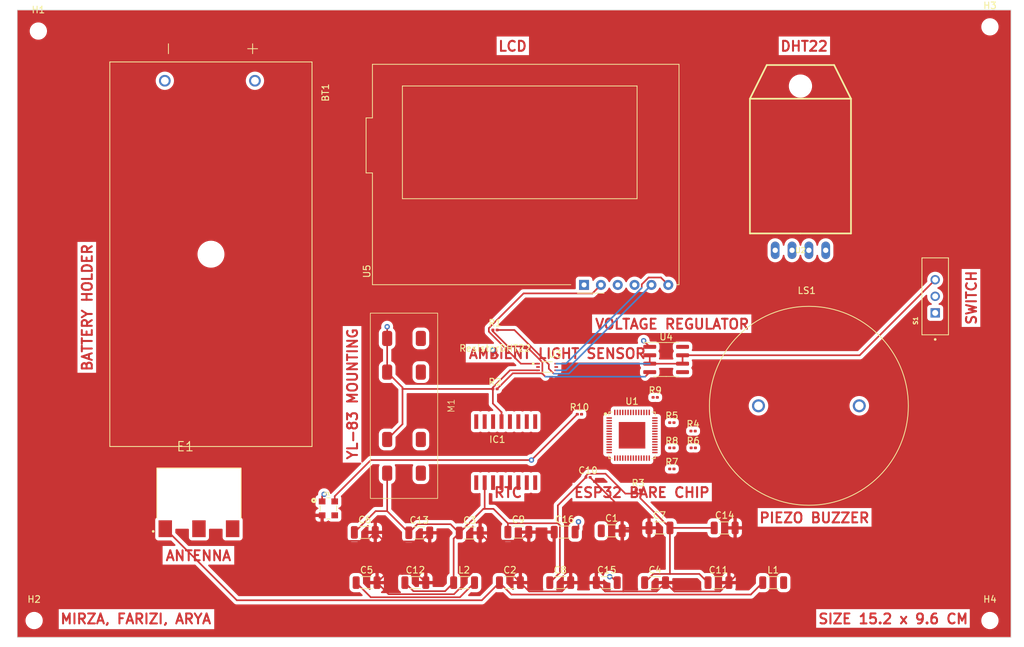
<source format=kicad_pcb>
(kicad_pcb (version 20221018) (generator pcbnew)
  (layers (0 "F.Cu" signal) (1 "In1.Cu" signal) (2 "In2.Cu" signal) (31 "B.Cu" signal) (34 "B.Paste" user) (35 "F.Paste" user) (36 "B.SilkS" user "B.Silkscreen") (37 "F.SilkS" user "F.Silkscreen") (38 "B.Mask" user) (39 "F.Mask" user) (44 "Edge.Cuts" user))
  (net 0 "")
  (net 1 "Net-(U4-VI)")
  (net 2 "Net-(IC1-GND)")
  (net 3 "Net-(U1-LNA_IN)")
  (net 4 "Net-(IC1-VCC)")
  (net 5 "Net-(R1-Pad2)")
  (net 6 "Earth")
  (net 7 "Net-(C2-Pad1)")
  (net 8 "Net-(U1-VDD3P3@0)")
  (net 19 "Net-(U1-IO10)")
  (net 20 "Net-(Y1-VDD)")
  (net 21 "Net-(U1-XTAL_N)")
  (net 23 "Net-(E1-Pad2)")
  (net 27 "Net-(U1-DAC_2)")
  (net 30 "Net-(U1-SPID)")
  (net 34 "Net-(U1-SPIQ)")
  (net 37 "Net-(U1-SPICLK)")
  (net 39 "Net-(U1-SPIWP)")
  (net 51 "Net-(U1-SPIHD)")
  (net 56 "Net-(U1-U0TXD)")
  (net 57 "Net-(U1-XTAL_P)")
  (net 61 "Net-(ResistorDHT22-Pad1)")
  (net 65 "Net-(U4-ADJ)")
  (net 77 "Net-(IC1-SDA)")
  (net 78 "Net-(IC1-SCL)")
  (net 83 "Net-(U1-IO4)")
  (net 84 "Net-(U1-IO5)")
  (footprint "ESP32-S2:QFN40P700X700X90-57T400N" (layer "F.Cu") (at 144.78 108.585)
    (fp_text reference "U1" (at 0 -5.12) (layer "F.SilkS"))
    (fp_text value "ESP32-S2")
    (pad "1" smd rect (at -3.4451 -2.6) (size 0.8098 0.22) (layers "F.Cu" "F.Paste" "F.Mask") (net 4 "Net-(IC1-VCC)"))
    (pad "2" smd rect (at -3.4451 -2.2) (size 0.8098 0.22) (layers "F.Cu" "F.Paste" "F.Mask") (net 3 "Net-(U1-LNA_IN)"))
    (pad "3" smd rect (at -3.4451 -1.8) (size 0.8098 0.22) (layers "F.Cu" "F.Paste" "F.Mask") (net 8 "Net-(U1-VDD3P3@0)"))
    (pad "4" smd rect (at -3.4451 -1.4) (size 0.8098 0.22) (layers "F.Cu" "F.Paste" "F.Mask") (net 8 "Net-(U1-VDD3P3@0)"))
    (pad "5" smd rect (at -3.4451 -1) (size 0.8098 0.22) (layers "F.Cu" "F.Paste" "F.Mask"))
    (pad "6" smd rect (at -3.4451 -0.6) (size 0.8098 0.22) (layers "F.Cu" "F.Paste" "F.Mask"))
    (pad "7" smd rect (at -3.4451 -0.2) (size 0.8098 0.22) (layers "F.Cu" "F.Paste" "F.Mask"))
    (pad "8" smd rect (at -3.4451 0.2) (size 0.8098 0.22) (layers "F.Cu" "F.Paste" "F.Mask"))
    (pad "9" smd rect (at -3.4451 0.6) (size 0.8098 0.22) (layers "F.Cu" "F.Paste" "F.Mask") (net 83 "Net-(U1-IO4)"))
    (pad "10" smd rect (at -3.4451 1) (size 0.8098 0.22) (layers "F.Cu" "F.Paste" "F.Mask") (net 84 "Net-(U1-IO5)"))
    (pad "11" smd rect (at -3.4451 1.4) (size 0.8098 0.22) (layers "F.Cu" "F.Paste" "F.Mask") (net 2 "Net-(IC1-GND)"))
    (pad "12" smd rect (at -3.4451 1.8) (size 0.8098 0.22) (layers "F.Cu" "F.Paste" "F.Mask") (net 2 "Net-(IC1-GND)"))
    (pad "13" smd rect (at -3.4451 2.2) (size 0.8098 0.22) (layers "F.Cu" "F.Paste" "F.Mask"))
    (pad "14" smd rect (at -3.4451 2.6) (size 0.8098 0.22) (layers "F.Cu" "F.Paste" "F.Mask"))
    (pad "15" smd rect (at -2.6 3.4451 90) (size 0.8098 0.22) (layers "F.Cu" "F.Paste" "F.Mask") (net 19 "Net-(U1-IO10)"))
    (pad "16" smd rect (at -2.2 3.4451 90) (size 0.8098 0.22) (layers "F.Cu" "F.Paste" "F.Mask") (net 77 "Net-(IC1-SDA)"))
    (pad "17" smd rect (at -1.8 3.4451 90) (size 0.8098 0.22) (layers "F.Cu" "F.Paste" "F.Mask") (net 78 "Net-(IC1-SCL)"))
    (pad "18" smd rect (at -1.4 3.4451 90) (size 0.8098 0.22) (layers "F.Cu" "F.Paste" "F.Mask") (net 2 "Net-(IC1-GND)"))
    (pad "19" smd rect (at -1 3.4451 90) (size 0.8098 0.22) (layers "F.Cu" "F.Paste" "F.Mask"))
    (pad "20" smd rect (at -0.6 3.4451 90) (size 0.8098 0.22) (layers "F.Cu" "F.Paste" "F.Mask") (net 4 "Net-(IC1-VCC)"))
    (pad "21" smd rect (at -0.2 3.4451 90) (size 0.8098 0.22) (layers "F.Cu" "F.Paste" "F.Mask"))
    (pad "22" smd rect (at 0.2 3.4451 90) (size 0.8098 0.22) (layers "F.Cu" "F.Paste" "F.Mask"))
    (pad "23" smd rect (at 0.6 3.4451 90) (size 0.8098 0.22) (layers "F.Cu" "F.Paste" "F.Mask"))
    (pad "24" smd rect (at 1 3.4451 90) (size 0.8098 0.22) (layers "F.Cu" "F.Paste" "F.Mask") (net 27 "Net-(U1-DAC_2)"))
    (pad "25" smd rect (at 1.4 3.4451 90) (size 0.8098 0.22) (layers "F.Cu" "F.Paste" "F.Mask"))
    (pad "26" smd rect (at 1.8 3.4451 90) (size 0.8098 0.22) (layers "F.Cu" "F.Paste" "F.Mask"))
    (pad "27" smd rect (at 2.2 3.4451 90) (size 0.8098 0.22) (layers "F.Cu" "F.Paste" "F.Mask") (net 4 "Net-(IC1-VCC)"))
    (pad "28" smd rect (at 2.6 3.4451 90) (size 0.8098 0.22) (layers "F.Cu" "F.Paste" "F.Mask"))
    (pad "29" smd rect (at 3.4451 2.6) (size 0.8098 0.22) (layers "F.Cu" "F.Paste" "F.Mask"))
    (pad "30" smd rect (at 3.4451 2.2) (size 0.8098 0.22) (layers "F.Cu" "F.Paste" "F.Mask") (net 4 "Net-(IC1-VCC)"))
    (pad "31" smd rect (at 3.4451 1.8) (size 0.8098 0.22) (layers "F.Cu" "F.Paste" "F.Mask") (net 51 "Net-(U1-SPIHD)"))
    (pad "32" smd rect (at 3.4451 1.4) (size 0.8098 0.22) (layers "F.Cu" "F.Paste" "F.Mask") (net 39 "Net-(U1-SPIWP)"))
    (pad "33" smd rect (at 3.4451 1) (size 0.8098 0.22) (layers "F.Cu" "F.Paste" "F.Mask"))
    (pad "34" smd rect (at 3.4451 0.6) (size 0.8098 0.22) (layers "F.Cu" "F.Paste" "F.Mask") (net 37 "Net-(U1-SPICLK)"))
    (pad "35" smd rect (at 3.4451 0.2) (size 0.8098 0.22) (layers "F.Cu" "F.Paste" "F.Mask") (net 34 "Net-(U1-SPIQ)"))
    (pad "36" smd rect (at 3.4451 -0.2) (size 0.8098 0.22) (layers "F.Cu" "F.Paste" "F.Mask") (net 30 "Net-(U1-SPID)"))
    (pad "37" smd rect (at 3.4451 -0.6) (size 0.8098 0.22) (layers "F.Cu" "F.Paste" "F.Mask"))
    (pad "38" smd rect (at 3.4451 -1) (size 0.8098 0.22) (layers "F.Cu" "F.Paste" "F.Mask"))
    (pad "39" smd rect (at 3.4451 -1.4) (size 0.8098 0.22) (layers "F.Cu" "F.Paste" "F.Mask"))
    (pad "40" smd rect (at 3.4451 -1.8) (size 0.8098 0.22) (layers "F.Cu" "F.Paste" "F.Mask"))
    (pad "41" smd rect (at 3.4451 -2.2) (size 0.8098 0.22) (layers "F.Cu" "F.Paste" "F.Mask"))
    (pad "42" smd rect (at 3.4451 -2.6) (size 0.8098 0.22) (layers "F.Cu" "F.Paste" "F.Mask"))
    (pad "43" smd rect (at 2.6 -3.4451 90) (size 0.8098 0.22) (layers "F.Cu" "F.Paste" "F.Mask"))
    (pad "44" smd rect (at 2.2 -3.4451 90) (size 0.8098 0.22) (layers "F.Cu" "F.Paste" "F.Mask"))
    (pad "45" smd rect (at 1.8 -3.4451 90) (size 0.8098 0.22) (layers "F.Cu" "F.Paste" "F.Mask") (net 4 "Net-(IC1-VCC)"))
    (pad "46" smd rect (at 1.4 -3.4451 90) (size 0.8098 0.22) (layers "F.Cu" "F.Paste" "F.Mask"))
    (pad "47" smd rect (at 1 -3.4451 90) (size 0.8098 0.22) (layers "F.Cu" "F.Paste" "F.Mask"))
    (pad "48" smd rect (at 0.6 -3.4451 90) (size 0.8098 0.22) (layers "F.Cu" "F.Paste" "F.Mask") (net 56 "Net-(U1-U0TXD)"))
    (pad "49" smd rect (at 0.2 -3.4451 90) (size 0.8098 0.22) (layers "F.Cu" "F.Paste" "F.Mask"))
    (pad "50" smd rect (at -0.2 -3.4451 90) (size 0.8098 0.22) (layers "F.Cu" "F.Paste" "F.Mask"))
    (pad "51" smd rect (at -0.6 -3.4451 90) (size 0.8098 0.22) (layers "F.Cu" "F.Paste" "F.Mask") (net 4 "Net-(IC1-VCC)"))
    (pad "52" smd rect (at -1 -3.4451 90) (size 0.8098 0.22) (layers "F.Cu" "F.Paste" "F.Mask") (net 21 "Net-(U1-XTAL_N)"))
    (pad "53" smd rect (at -1.4 -3.4451 90) (size 0.8098 0.22) (layers "F.Cu" "F.Paste" "F.Mask") (net 57 "Net-(U1-XTAL_P)"))
    (pad "54" smd rect (at -1.8 -3.4451 90) (size 0.8098 0.22) (layers "F.Cu" "F.Paste" "F.Mask") (net 4 "Net-(IC1-VCC)"))
    (pad "55" smd rect (at -2.2 -3.4451 90) (size 0.8098 0.22) (layers "F.Cu" "F.Paste" "F.Mask"))
    (pad "56" smd rect (at -2.6 -3.4451 90) (size 0.8098 0.22) (layers "F.Cu" "F.Paste" "F.Mask"))
    (pad "57" smd rect (at 0 0) (size 4 4) (layers "F.Cu" "F.Paste" "F.Mask") (net 2 "Net-(IC1-GND)"))
  )
  (footprint "Inductor_SMD:L_1206_3216Metric" (layer "F.Cu") (at 112.1 130.81)
    (fp_text reference "C12" (at 0 -1.9) (layer "F.SilkS"))
    (fp_text value "1 uF")
    (pad "1" smd roundrect (at -1.575 0) (size 1.05 1.9) (layers "F.Cu" "F.Paste" "F.Mask") (roundrect_rratio 0.238095) (net 4 "Net-(IC1-VCC)"))
    (pad "2" smd roundrect (at 1.575 0) (size 1.05 1.9) (layers "F.Cu" "F.Paste" "F.Mask") (roundrect_rratio 0.238095) (net 6 "Earth"))
  )
  (footprint "Resistor_SMD:R_0201_0603Metric" (layer "F.Cu") (at 148.275 102.87)
    (fp_text reference "R9" (at 0 -1.05) (layer "F.SilkS"))
    (fp_text value "R")
    (pad "1" smd roundrect (at -0.32 0) (size 0.46 0.4) (layers "F.Cu" "F.Mask"))
    (pad "2" smd roundrect (at 0.32 0) (size 0.46 0.4) (layers "F.Cu" "F.Mask") (net 56 "Net-(U1-U0TXD)"))
  )
  (footprint "Inductor_SMD:L_1206_3216Metric" (layer "F.Cu") (at 104.478 123.232)
    (fp_text reference "C6" (at 0 -1.9) (layer "F.SilkS"))
    (fp_text value "10 uF")
    (pad "1" smd roundrect (at -1.575 0) (size 1.05 1.9) (layers "F.Cu" "F.Paste" "F.Mask") (roundrect_rratio 0.238095) (net 4 "Net-(IC1-VCC)"))
    (pad "2" smd roundrect (at 1.575 0) (size 1.05 1.9) (layers "F.Cu" "F.Paste" "F.Mask") (roundrect_rratio 0.238095) (net 6 "Earth"))
  )
  (footprint "DSC6083CI2A-032K768:OSC_DSC6083CI2A-032K768" (layer "F.Cu") (at 98.99 119.61)
    (fp_text reference "Y1" (at -0.176293 -2.208456) (layer "F.SilkS") (effects (font (size 0.480796 0.480796) (thickness 0.120199))))
    (fp_text value "DSC6083CI2A-032K768")
    (pad "1" smd rect (at -0.95 -1.05) (size 1 0.9) (layers "F.Cu" "F.Paste" "F.Mask") (net 21 "Net-(U1-XTAL_N)"))
    (pad "2" smd rect (at -0.95 1.05) (size 1 0.9) (layers "F.Cu" "F.Paste" "F.Mask") (net 6 "Earth"))
    (pad "3" smd rect (at 0.95 1.05) (size 1 0.9) (layers "F.Cu" "F.Paste" "F.Mask"))
    (pad "4" smd rect (at 0.95 -1.05) (size 1 0.9) (layers "F.Cu" "F.Paste" "F.Mask") (net 20 "Net-(Y1-VDD)"))
  )
  (footprint "Inductor_SMD:L_1206_3216Metric" (layer "F.Cu") (at 148.92 122.555)
    (fp_text reference "C7" (at 0 -1.9) (layer "F.SilkS"))
    (fp_text value "0.1 uF")
    (pad "1" smd roundrect (at -1.575 0) (size 1.05 1.9) (layers "F.Cu" "F.Paste" "F.Mask") (roundrect_rratio 0.238095) (net 6 "Earth"))
    (pad "2" smd roundrect (at 1.575 0) (size 1.05 1.9) (layers "F.Cu" "F.Paste" "F.Mask") (roundrect_rratio 0.238095) (net 4 "Net-(IC1-VCC)"))
  )
  (footprint "DHT22:DHT22" (layer "F.Cu") (at 170.18 80.6895)
    (fp_text reference "U2" (at 0 0) (layer "F.SilkS") (effects (font (size 0.787402 0.787402))))
    (fp_text value "DHT22")
    (pad "" np_thru_hole circle (at 0 -24.765) (size 3 3) (drill 3) (layers "*.Cu" "*.Mask"))
    (pad "DATA" thru_hole oval (at -1.27 0) (size 1.308 2.616) (drill 0.8) (layers "*.Cu" "*.Mask") (net 61 "Net-(ResistorDHT22-Pad1)"))
    (pad "GND" thru_hole oval (at 3.81 0) (size 1.308 2.616) (drill 0.8) (layers "*.Cu" "*.Mask") (net 2 "Net-(IC1-GND)"))
    (pad "NC" thru_hole oval (at 1.27 0) (size 1.308 2.616) (drill 0.8) (layers "*.Cu" "*.Mask"))
    (pad "VDD" thru_hole oval (at -3.81 0) (size 1.308 2.616) (drill 0.8) (layers "*.Cu" "*.Mask") (net 4 "Net-(IC1-VCC)"))
  )
  (footprint "Inductor_SMD:L_1206_3216Metric" (layer "F.Cu") (at 134.62 123.19)
    (fp_text reference "C16" (at 0 -1.9) (layer "F.SilkS"))
    (fp_text value "C")
    (pad "1" smd roundrect (at -1.575 0) (size 1.05 1.9) (layers "F.Cu" "F.Paste" "F.Mask") (roundrect_rratio 0.238095) (net 6 "Earth"))
    (pad "2" smd roundrect (at 1.575 0) (size 1.05 1.9) (layers "F.Cu" "F.Paste" "F.Mask") (roundrect_rratio 0.238095) (net 21 "Net-(U1-XTAL_N)"))
  )
  (footprint "Resistor_SMD:R_0201_0603Metric" (layer "F.Cu") (at 124.115 96.52)
    (fp_text reference "ResistorDHT22" (at 0 -1.05) (layer "F.SilkS"))
    (fp_text value "10.000 Ohm")
    (pad "1" smd roundrect (at -0.32 0) (size 0.46 0.4) (layers "F.Cu" "F.Mask") (net 61 "Net-(ResistorDHT22-Pad1)"))
    (pad "2" smd roundrect (at 0.32 0) (size 0.46 0.4) (layers "F.Cu" "F.Mask") (net 19 "Net-(U1-IO10)"))
  )
  (footprint "Resistor_SMD:R_0201_0603Metric" (layer "F.Cu") (at 150.785 113.665)
    (fp_text reference "R7" (at 0 -1.05) (layer "F.SilkS"))
    (fp_text value "R")
    (pad "1" smd roundrect (at -0.32 0) (size 0.46 0.4) (layers "F.Cu" "F.Mask") (net 39 "Net-(U1-SPIWP)"))
    (pad "2" smd roundrect (at 0.32 0) (size 0.46 0.4) (layers "F.Cu" "F.Mask"))
  )
  (footprint "Inductor_SMD:L_1206_3216Metric" (layer "F.Cu") (at 127.635 123.19)
    (fp_text reference "C9" (at 0 -1.9) (layer "F.SilkS"))
    (fp_text value "1 uF")
    (pad "1" smd roundrect (at -1.575 0) (size 1.05 1.9) (layers "F.Cu" "F.Paste" "F.Mask") (roundrect_rratio 0.238095) (net 4 "Net-(IC1-VCC)"))
    (pad "2" smd roundrect (at 1.575 0) (size 1.05 1.9) (layers "F.Cu" "F.Paste" "F.Mask") (roundrect_rratio 0.238095) (net 6 "Earth"))
  )
  (footprint "DS3231:SO16W" (layer "F.Cu") (at 125.73 111.125)
    (fp_text reference "IC1" (at -1.27 -1.905) (layer "F.SilkS"))
    (fp_text value "DS3231")
    (pad "1" smd rect (at -4.445 4.6) (size 0.6 2.2) (layers "F.Cu" "F.Paste" "F.Mask"))
    (pad "2" smd rect (at -3.175 4.6) (size 0.6 2.2) (layers "F.Cu" "F.Paste" "F.Mask") (net 4 "Net-(IC1-VCC)"))
    (pad "3" smd rect (at -1.905 4.6) (size 0.6 2.2) (layers "F.Cu" "F.Paste" "F.Mask"))
    (pad "4" smd rect (at -0.635 4.6) (size 0.6 2.2) (layers "F.Cu" "F.Paste" "F.Mask"))
    (pad "5" smd rect (at 0.635 4.6) (size 0.6 2.2) (layers "F.Cu" "F.Paste" "F.Mask"))
    (pad "6" smd rect (at 1.905 4.6) (size 0.6 2.2) (layers "F.Cu" "F.Paste" "F.Mask"))
    (pad "7" smd rect (at 3.175 4.6) (size 0.6 2.2) (layers "F.Cu" "F.Paste" "F.Mask"))
    (pad "8" smd rect (at 4.445 4.6) (size 0.6 2.2) (layers "F.Cu" "F.Paste" "F.Mask"))
    (pad "9" smd rect (at 4.445 -4.6) (size 0.6 2.2) (layers "F.Cu" "F.Paste" "F.Mask"))
    (pad "10" smd rect (at 3.175 -4.6) (size 0.6 2.2) (layers "F.Cu" "F.Paste" "F.Mask"))
    (pad "11" smd rect (at 1.905 -4.6) (size 0.6 2.2) (layers "F.Cu" "F.Paste" "F.Mask"))
    (pad "12" smd rect (at 0.635 -4.6) (size 0.6 2.2) (layers "F.Cu" "F.Paste" "F.Mask"))
    (pad "13" smd rect (at -0.635 -4.6) (size 0.6 2.2) (layers "F.Cu" "F.Paste" "F.Mask") (net 2 "Net-(IC1-GND)"))
    (pad "14" smd rect (at -1.905 -4.6) (size 0.6 2.2) (layers "F.Cu" "F.Paste" "F.Mask"))
    (pad "15" smd rect (at -3.175 -4.6) (size 0.6 2.2) (layers "F.Cu" "F.Paste" "F.Mask") (net 77 "Net-(IC1-SDA)"))
    (pad "16" smd rect (at -4.445 -4.6) (size 0.6 2.2) (layers "F.Cu" "F.Paste" "F.Mask") (net 78 "Net-(IC1-SCL)"))
  )
  (footprint "Inductor_SMD:L_1206_3216Metric" (layer "F.Cu") (at 126.365 130.81)
    (fp_text reference "C2" (at 0 -1.9) (layer "F.SilkS"))
    (fp_text value "C")
    (pad "1" smd roundrect (at -1.575 0) (size 1.05 1.9) (layers "F.Cu" "F.Paste" "F.Mask") (roundrect_rratio 0.238095) (net 7 "Net-(C2-Pad1)"))
    (pad "2" smd roundrect (at 1.575 0) (size 1.05 1.9) (layers "F.Cu" "F.Paste" "F.Mask") (roundrect_rratio 0.238095) (net 6 "Earth"))
  )
  (footprint "Resistor_SMD:R_0201_0603Metric" (layer "F.Cu") (at 154.015 110.49)
    (fp_text reference "R6" (at 0 -1.05) (layer "F.SilkS"))
    (fp_text value "R")
    (pad "1" smd roundrect (at -0.32 0) (size 0.46 0.4) (layers "F.Cu" "F.Mask") (net 37 "Net-(U1-SPICLK)"))
    (pad "2" smd roundrect (at 0.32 0) (size 0.46 0.4) (layers "F.Cu" "F.Mask"))
  )
  (footprint "Inductor_SMD:L_1206_3216Metric" (layer "F.Cu") (at 120.3005 123.3195)
    (fp_text reference "C3" (at 0 -1.9) (layer "F.SilkS"))
    (fp_text value "1 uF")
    (pad "1" smd roundrect (at -1.575 0) (size 1.05 1.9) (layers "F.Cu" "F.Paste" "F.Mask") (roundrect_rratio 0.238095) (net 4 "Net-(IC1-VCC)"))
    (pad "2" smd roundrect (at 1.575 0) (size 1.05 1.9) (layers "F.Cu" "F.Paste" "F.Mask") (roundrect_rratio 0.238095) (net 6 "Earth"))
  )
  (footprint "Inductor_SMD:L_1206_3216Metric" (layer "F.Cu") (at 158.75 122.555)
    (fp_text reference "C14" (at 0 -1.9) (layer "F.SilkS"))
    (fp_text value "0.1 uF")
    (pad "1" smd roundrect (at -1.575 0) (size 1.05 1.9) (layers "F.Cu" "F.Paste" "F.Mask") (roundrect_rratio 0.238095) (net 4 "Net-(IC1-VCC)"))
    (pad "2" smd roundrect (at 1.575 0) (size 1.05 1.9) (layers "F.Cu" "F.Paste" "F.Mask") (roundrect_rratio 0.238095) (net 6 "Earth"))
  )
  (footprint "Inductor_SMD:L_1206_3216Metric" (layer "F.Cu") (at 157.8145 130.81)
    (fp_text reference "C11" (at 0 -1.9) (layer "F.SilkS"))
    (fp_text value "0.1 uF")
    (pad "1" smd roundrect (at -1.575 0) (size 1.05 1.9) (layers "F.Cu" "F.Paste" "F.Mask") (roundrect_rratio 0.238095) (net 4 "Net-(IC1-VCC)"))
    (pad "2" smd roundrect (at 1.575 0) (size 1.05 1.9) (layers "F.Cu" "F.Paste" "F.Mask") (roundrect_rratio 0.238095) (net 6 "Earth"))
  )
  (footprint "Inductor_SMD:L_1206_3216Metric" (layer "F.Cu") (at 140.97 130.81)
    (fp_text reference "C15" (at 0 -1.9) (layer "F.SilkS"))
    (fp_text value "C")
    (pad "1" smd roundrect (at -1.575 0) (size 1.05 1.9) (layers "F.Cu" "F.Paste" "F.Mask") (roundrect_rratio 0.238095) (net 6 "Earth"))
    (pad "2" smd roundrect (at 1.575 0) (size 1.05 1.9) (layers "F.Cu" "F.Paste" "F.Mask") (roundrect_rratio 0.238095) (net 20 "Net-(Y1-VDD)"))
  )
  (footprint "Inductor_SMD:L_1206_3216Metric" (layer "F.Cu") (at 141.714 122.994)
    (fp_text reference "C1" (at 0 -1.9) (layer "F.SilkS"))
    (fp_text value "C")
    (pad "1" smd roundrect (at -1.575 0) (size 1.05 1.9) (layers "F.Cu" "F.Paste" "F.Mask") (roundrect_rratio 0.238095) (net 3 "Net-(U1-LNA_IN)"))
    (pad "2" smd roundrect (at 1.575 0) (size 1.05 1.9) (layers "F.Cu" "F.Paste" "F.Mask") (roundrect_rratio 0.238095) (net 6 "Earth"))
  )
  (footprint "Resistor_SMD:R_0201_0603Metric" (layer "F.Cu") (at 145.705 116.84)
    (fp_text reference "R3" (at 0 -1.05) (layer "F.SilkS"))
    (fp_text value "10K ")
    (pad "1" smd roundrect (at -0.32 0) (size 0.46 0.4) (layers "F.Cu" "F.Mask") (net 27 "Net-(U1-DAC_2)"))
    (pad "2" smd roundrect (at 0.32 0) (size 0.46 0.4) (layers "F.Cu" "F.Mask") (net 4 "Net-(IC1-VCC)"))
  )
  (footprint "Inductor_SMD:L_1206_3216Metric" (layer "F.Cu") (at 133.95 130.81)
    (fp_text reference "C8" (at 0 -1.9) (layer "F.SilkS"))
    (fp_text value "100pF")
    (pad "1" smd roundrect (at -1.575 0) (size 1.05 1.9) (layers "F.Cu" "F.Paste" "F.Mask") (roundrect_rratio 0.238095) (net 4 "Net-(IC1-VCC)"))
    (pad "2" smd roundrect (at 1.575 0) (size 1.05 1.9) (layers "F.Cu" "F.Paste" "F.Mask") (roundrect_rratio 0.238095) (net 6 "Earth"))
  )
  (footprint "Inductor_SMD:L_1206_3216Metric" (layer "F.Cu") (at 112.693 123.293)
    (fp_text reference "C13" (at 0 -1.9) (layer "F.SilkS"))
    (fp_text value "0.1 uF")
    (pad "1" smd roundrect (at -1.575 0) (size 1.05 1.9) (layers "F.Cu" "F.Paste" "F.Mask") (roundrect_rratio 0.238095) (net 4 "Net-(IC1-VCC)"))
    (pad "2" smd roundrect (at 1.575 0) (size 1.05 1.9) (layers "F.Cu" "F.Paste" "F.Mask") (roundrect_rratio 0.238095) (net 6 "Earth"))
  )
  (footprint "Resistor_SMD:R_0201_0603Metric" (layer "F.Cu") (at 153.985 107.95)
    (fp_text reference "R4" (at 0 -1.05) (layer "F.SilkS"))
    (fp_text value "R")
    (pad "1" smd roundrect (at -0.32 0) (size 0.46 0.4) (layers "F.Cu" "F.Mask") (net 30 "Net-(U1-SPID)"))
    (pad "2" smd roundrect (at 0.32 0) (size 0.46 0.4) (layers "F.Cu" "F.Mask"))
  )
  (footprint "Inductor_SMD:L_1206_3216Metric" (layer "F.Cu") (at 119.45 130.81)
    (fp_text reference "L2" (at 0 -1.9) (layer "F.SilkS"))
    (fp_text value "L")
    (pad "1" smd roundrect (at -1.575 0) (size 1.05 1.9) (layers "F.Cu" "F.Paste" "F.Mask") (roundrect_rratio 0.238095) (net 4 "Net-(IC1-VCC)"))
    (pad "2" smd roundrect (at 1.575 0) (size 1.05 1.9) (layers "F.Cu" "F.Paste" "F.Mask") (roundrect_rratio 0.238095) (net 8 "Net-(U1-VDD3P3@0)"))
  )
  (footprint "Package_SO:SOIC-8_3.9x4.9mm_P1.27mm" (layer "F.Cu") (at 149.925 97.155)
    (fp_text reference "U4" (at 0 -3.4) (layer "F.SilkS"))
    (fp_text value "LM317L_SO8")
    (pad "1" smd roundrect (at -2.475 -1.905) (size 1.95 0.6) (layers "F.Cu" "F.Paste" "F.Mask") (net 1 "Net-(U4-VI)"))
    (pad "2" smd roundrect (at -2.475 -0.635) (size 1.95 0.6) (layers "F.Cu" "F.Paste" "F.Mask") (net 5 "Net-(R1-Pad2)"))
    (pad "3" smd roundrect (at -2.475 0.635) (size 1.95 0.6) (layers "F.Cu" "F.Paste" "F.Mask") (net 5 "Net-(R1-Pad2)"))
    (pad "4" smd roundrect (at -2.475 1.905) (size 1.95 0.6) (layers "F.Cu" "F.Paste" "F.Mask") (net 65 "Net-(U4-ADJ)"))
    (pad "5" smd roundrect (at 2.475 1.905) (size 1.95 0.6) (layers "F.Cu" "F.Paste" "F.Mask"))
    (pad "6" smd roundrect (at 2.475 0.635) (size 1.95 0.6) (layers "F.Cu" "F.Paste" "F.Mask") (net 5 "Net-(R1-Pad2)"))
    (pad "7" smd roundrect (at 2.475 -0.635) (size 1.95 0.6) (layers "F.Cu" "F.Paste" "F.Mask") (net 5 "Net-(R1-Pad2)"))
    (pad "8" smd roundrect (at 2.475 -1.905) (size 1.95 0.6) (layers "F.Cu" "F.Paste" "F.Mask"))
  )
  (footprint "MountingHole:MountingHole_2.1mm" (layer "F.Cu") (at 198.755 46.99)
    (fp_text reference "H3" (at 0 -3.2) (layer "F.SilkS"))
    (fp_text value "MountingHole")
    (pad "" np_thru_hole circle (at 0 0) (size 2.1 2.1) (drill 2.1) (layers "*.Cu" "*.Mask"))
  )
  (footprint "Mounting Library1:Mounting1" (layer "F.Cu") (at 118.01 104.14 90)
    (fp_text reference "M1" (at 0 -0.5 90 unlocked) (layer "F.SilkS") (effects (font (thickness 0.1))))
    (fp_text value "~")
    (pad "1" smd roundrect (at -10.16 -5.08 90) (size 2.286 1.524) (layers "F.Cu" "F.Paste" "F.Mask"))
    (pad "2" smd roundrect (at -5.08 -5.08 90) (size 2.286 1.524) (layers "F.Cu" "F.Paste" "F.Mask"))
    (pad "3" smd roundrect (at 5.08 -5.08 90) (size 2.286 1.524) (layers "F.Cu" "F.Paste" "F.Mask"))
    (pad "4" smd roundrect (at 10.16 -5.08 90) (size 2.286 1.524) (layers "F.Cu" "F.Paste" "F.Mask"))
    (pad "5" smd roundrect (at -10.16 -10.16 90) (size 2.286 1.524) (layers "F.Cu" "F.Paste" "F.Mask") (net 4 "Net-(IC1-VCC)"))
    (pad "6" smd roundrect (at -5.08 -10.16 90) (size 2.286 1.524) (layers "F.Cu" "F.Paste" "F.Mask") (net 2 "Net-(IC1-GND)"))
    (pad "7" smd roundrect (at 5.08 -10.16 90) (size 2.286 1.524) (layers "F.Cu" "F.Paste" "F.Mask") (net 2 "Net-(IC1-GND)"))
    (pad "8" smd roundrect (at 10.16 -10.16 90) (size 2.286 1.524) (layers "F.Cu" "F.Paste" "F.Mask") (net 2 "Net-(IC1-GND)"))
  )
  (footprint "Capacitor_SMD:C_0201_0603Metric" (layer "F.Cu") (at 138.14 114.935)
    (fp_text reference "C10" (at 0 -1.05) (layer "F.SilkS"))
    (fp_text value "C")
    (pad "1" smd roundrect (at -0.32 0) (size 0.46 0.4) (layers "F.Cu" "F.Mask") (net 4 "Net-(IC1-VCC)"))
    (pad "2" smd roundrect (at 0.32 0) (size 0.46 0.4) (layers "F.Cu" "F.Mask") (net 6 "Earth"))
  )
  (footprint "Resistor_SMD:R_0201_0603Metric" (layer "F.Cu") (at 124.115 92.71)
    (fp_text reference "R1" (at 0 -1.05) (layer "F.SilkS"))
    (fp_text value "100 Ohm")
    (pad "1" smd roundrect (at -0.32 0) (size 0.46 0.4) (layers "F.Cu" "F.Mask") (net 65 "Net-(U4-ADJ)"))
    (pad "2" smd roundrect (at 0.32 0) (size 0.46 0.4) (layers "F.Cu" "F.Mask") (net 5 "Net-(R1-Pad2)"))
  )
  (footprint "CEP-1116:CUI_CEP-1116" (layer "F.Cu") (at 171.45 104.14)
    (fp_text reference "LS1" (at -0.325615 -17.377905) (layer "F.SilkS") (effects (font (size 1.001898 1.001898))))
    (fp_text value "CEP-1116")
    (pad "1" thru_hole circle (at -7.6 0) (size 1.95 1.95) (drill 1.3) (layers "*.Cu" "*.Mask") (net 2 "Net-(IC1-GND)"))
    (pad "2" thru_hole circle (at 7.6 0) (size 1.95 1.95) (drill 1.3) (layers "*.Cu" "*.Mask") (net 2 "Net-(IC1-GND)"))
  )
  (footprint "Resistor_SMD:R_0201_0603Metric" (layer "F.Cu") (at 136.845 105.41)
    (fp_text reference "R10" (at 0 -1.05) (layer "F.SilkS"))
    (fp_text value "R")
    (pad "1" smd roundrect (at -0.32 0) (size 0.46 0.4) (layers "F.Cu" "F.Mask") (net 20 "Net-(Y1-VDD)"))
    (pad "2" smd roundrect (at 0.32 0) (size 0.46 0.4) (layers "F.Cu" "F.Mask") (net 57 "Net-(U1-XTAL_P)"))
  )
  (footprint "MINI-SPDT-SW:SW_MINI-SPDT-SW" (layer "F.Cu") (at 190.5 87.63 90)
    (fp_text reference "S1" (at -3.683 -2.9464 90) (layer "F.SilkS") (effects (font (size 0.64 0.64))))
    (fp_text value "MINI-SPDT-SW")
    (pad "1" thru_hole rect (at -2.5 0 90) (size 1.408 1.408) (drill 0.9) (layers "*.Cu" "*.Mask") (net 2 "Net-(IC1-GND)"))
    (pad "2" thru_hole circle (at 0 0 90) (size 1.408 1.408) (drill 0.9) (layers "*.Cu" "*.Mask") (net 4 "Net-(IC1-VCC)"))
    (pad "3" thru_hole circle (at 2.5 0 90) (size 1.408 1.408) (drill 0.9) (layers "*.Cu" "*.Mask") (net 5 "Net-(R1-Pad2)"))
  )
  (footprint "Inductor_SMD:L_1206_3216Metric" (layer "F.Cu") (at 104.75 130.81)
    (fp_text reference "C5" (at 0 -1.9) (layer "F.SilkS"))
    (fp_text value "C")
    (pad "1" smd roundrect (at -1.575 0) (size 1.05 1.9) (layers "F.Cu" "F.Paste" "F.Mask") (roundrect_rratio 0.238095) (net 8 "Net-(U1-VDD3P3@0)"))
    (pad "2" smd roundrect (at 1.575 0) (size 1.05 1.9) (layers "F.Cu" "F.Paste" "F.Mask") (roundrect_rratio 0.238095) (net 6 "Earth"))
  )
  (footprint "ANT-403-USP:XDCR_ANT-403-USP" (layer "F.Cu") (at 79.465 122.68)
    (fp_text reference "E1" (at -2.055 -12.389) (layer "F.SilkS") (effects (font (size 1.4 1.4))))
    (fp_text value "ANT-403-USP")
    (pad "1" smd rect (at -5.08 0) (size 2.03 2.54) (layers "F.Cu" "F.Paste" "F.Mask") (net 7 "Net-(C2-Pad1)"))
    (pad "2" smd rect (at 0 0) (size 2.03 2.54) (layers "F.Cu" "F.Paste" "F.Mask") (net 23 "Net-(E1-Pad2)"))
    (pad "3" smd rect (at 5.08 0) (size 2.03 2.54) (layers "F.Cu" "F.Paste" "F.Mask") (net 23 "Net-(E1-Pad2)"))
    (zone (net 0) (net_name "") (layer "F.Cu") (connect_pads (clearance 0)) (min_thickness 0.01)
      (keepout (tracks not_allowed) (vias not_allowed) (pads not_allowed) (copperpour not_allowed) (footprints allowed))
      (fill (thermal_gap 0.508) (thermal_bridge_width 0.508))
      (polygon (pts (xy 73.115 122.68) (xy 73.115 113.54) (xy 85.815 113.54) (xy 85.815 122.68) (xy 85.565 122.68) (xy 85.565 121.405) (xy 83.525 121.405) (xy 83.525 122.68) (xy 80.485 122.68) (xy 80.485 121.405) (xy 78.445 121.405) (xy 78.445 122.68) (xy 75.405 122.68) (xy 75.405 121.405) (xy 73.365 121.405) (xy 73.365 122.68)))
    )
  )
  (footprint "MountingHole:MountingHole_2.1mm" (layer "F.Cu") (at 198.755 136.525)
    (fp_text reference "H4" (at 0 -3.2) (layer "F.SilkS"))
    (fp_text value "MountingHole")
    (pad "" np_thru_hole circle (at 0 0) (size 2.1 2.1) (drill 2.1) (layers "*.Cu" "*.Mask"))
  )
  (footprint "Display:EA_T123X-I2C" (layer "F.Cu") (at 137.545 85.9075 90)
    (fp_text reference "U5" (at 2.05 -32.75 90) (layer "F.SilkS"))
    (fp_text value "EA_T123X-I2C")
    (pad "1" thru_hole rect (at 0 0 90) (size 1.5 1.5) (drill 0.75) (layers "*.Cu" "*.Mask") (net 2 "Net-(IC1-GND)"))
    (pad "2" thru_hole circle (at 0 2.54 90) (size 1.5 1.5) (drill 0.75) (layers "*.Cu" "*.Mask") (net 4 "Net-(IC1-VCC)"))
    (pad "3" thru_hole circle (at 0 5.08 90) (size 1.5 1.5) (drill 0.75) (layers "*.Cu" "*.Mask"))
    (pad "4" thru_hole circle (at 0 7.62 90) (size 1.5 1.5) (drill 0.75) (layers "*.Cu" "*.Mask"))
    (pad "5" thru_hole circle (at 0 10.16 90) (size 1.5 1.5) (drill 0.75) (layers "*.Cu" "*.Mask") (net 83 "Net-(U1-IO4)"))
    (pad "6" thru_hole circle (at 0 12.7 90) (size 1.5 1.5) (drill 0.75) (layers "*.Cu" "*.Mask") (net 84 "Net-(U1-IO5)"))
  )
  (footprint "MountingHole:MountingHole_2.1mm" (layer "F.Cu") (at 54.61 136.525)
    (fp_text reference "H2" (at 0 -3.2) (layer "F.SilkS"))
    (fp_text value "MountingHole")
    (pad "" np_thru_hole circle (at 0 0) (size 2.1 2.1) (drill 2.1) (layers "*.Cu" "*.Mask"))
  )
  (footprint "MountingHole:MountingHole_2.1mm" (layer "F.Cu") (at 55.245 47.625)
    (fp_text reference "H1" (at 0 -3.2) (layer "F.SilkS"))
    (fp_text value "MountingHole")
    (pad "" np_thru_hole circle (at 0 0) (size 2.1 2.1) (drill 2.1) (layers "*.Cu" "*.Mask"))
  )
  (footprint "Inductor_SMD:L_1206_3216Metric" (layer "F.Cu") (at 166.065 130.81)
    (fp_text reference "L1" (at 0 -1.9) (layer "F.SilkS"))
    (fp_text value "2.0 nH")
    (pad "1" smd roundrect (at -1.575 0) (size 1.05 1.9) (layers "F.Cu" "F.Paste" "F.Mask") (roundrect_rratio 0.238095) (net 7 "Net-(C2-Pad1)"))
    (pad "2" smd roundrect (at 1.575 0) (size 1.05 1.9) (layers "F.Cu" "F.Paste" "F.Mask") (roundrect_rratio 0.238095) (net 3 "Net-(U1-LNA_IN)"))
  )
  (footprint "Resistor_SMD:R_0201_0603Metric" (layer "F.Cu") (at 150.785 110.49)
    (fp_text reference "R8" (at 0 -1.05) (layer "F.SilkS"))
    (fp_text value "R")
    (pad "1" smd roundrect (at -0.32 0) (size 0.46 0.4) (layers "F.Cu" "F.Mask") (net 51 "Net-(U1-SPIHD)"))
    (pad "2" smd roundrect (at 0.32 0) (size 0.46 0.4) (layers "F.Cu" "F.Mask"))
  )
  (footprint "BH1750FVI-TR:XDCR_BH1750FVI-TR" (layer "F.Cu") (at 131.975 98.29)
    (fp_text reference "U3" (at 1.226565 -1.937485) (layer "F.SilkS") (effects (font (size 1.001283 1.001283))))
    (fp_text value "BH1750FVI-TR")
    (pad "1" smd rect (at -1.375 -0.5) (size 0.55 0.25) (layers "F.Cu" "F.Paste" "F.Mask") (net 4 "Net-(IC1-VCC)"))
    (pad "2" smd rect (at -1.375 0) (size 0.55 0.25) (layers "F.Cu" "F.Paste" "F.Mask"))
    (pad "3" smd rect (at -1.375 0.5) (size 0.55 0.25) (layers "F.Cu" "F.Paste" "F.Mask") (net 2 "Net-(IC1-GND)"))
    (pad "4" smd rect (at 1.375 0.5) (size 0.55 0.25) (layers "F.Cu" "F.Paste" "F.Mask") (net 83 "Net-(U1-IO4)"))
    (pad "5" smd rect (at 1.375 0) (size 0.55 0.25) (layers "F.Cu" "F.Paste" "F.Mask"))
    (pad "6" smd rect (at 1.375 -0.5) (size 0.55 0.25) (layers "F.Cu" "F.Paste" "F.Mask") (net 84 "Net-(U1-IO5)"))
  )
  (footprint "Resistor_SMD:R_0201_0603Metric" (layer "F.Cu") (at 150.785 106.68)
    (fp_text reference "R5" (at 0 -1.05) (layer "F.SilkS"))
    (fp_text value "R")
    (pad "1" smd roundrect (at -0.32 0) (size 0.46 0.4) (layers "F.Cu" "F.Mask") (net 34 "Net-(U1-SPIQ)"))
    (pad "2" smd roundrect (at 0.32 0) (size 0.46 0.4) (layers "F.Cu" "F.Mask"))
  )
  (footprint "Inductor_SMD:L_1206_3216Metric" (layer "F.Cu") (at 148.2535 130.8035)
    (fp_text reference "C4" (at 0 -1.9) (layer "F.SilkS"))
    (fp_text value "0.1 uF")
    (pad "1" smd roundrect (at -1.575 0) (size 1.05 1.9) (layers "F.Cu" "F.Paste" "F.Mask") (roundrect_rratio 0.238095) (net 4 "Net-(IC1-VCC)"))
    (pad "2" smd roundrect (at 1.575 0) (size 1.05 1.9) (layers "F.Cu" "F.Paste" "F.Mask") (roundrect_rratio 0.238095) (net 6 "Earth"))
  )
  (footprint "BC2AAPC:BAT_BC2AAPC" (layer "F.Cu") (at 81.27 81.28 -90)
    (fp_text reference "BT1" (at -24.365 -17.285 90) (layer "F.SilkS"))
    (fp_text value "BC2AAPC")
    (pad "" np_thru_hole circle (at 0 -0.01 270) (size 3.56 3.56) (drill 3.56) (layers "*.Cu" "*.Mask"))
    (pad "+" thru_hole circle (at -26.16 -6.64 270) (size 1.755 1.755) (drill 1.17) (layers "*.Cu" "*.Mask") (net 1 "Net-(U4-VI)"))
    (pad "-" thru_hole circle (at -26.16 6.95 270) (size 1.755 1.755) (drill 1.17) (layers "*.Cu" "*.Mask") (net 2 "Net-(IC1-GND)"))
  )
  (footprint "Resistor_SMD:R_0201_0603Metric" (layer "F.Cu") (at 124.115 101.6)
    (fp_text reference "R2" (at 0 -1.05) (layer "F.SilkS"))
    (fp_text value "164 Ohm")
    (pad "1" smd roundrect (at -0.32 0) (size 0.46 0.4) (layers "F.Cu" "F.Mask") (net 2 "Net-(IC1-GND)"))
    (pad "2" smd roundrect (at 0.32 0) (size 0.46 0.4) (layers "F.Cu" "F.Mask") (net 65 "Net-(U4-ADJ)"))
  )
  (gr_rect (start 52.07 44.45) (end 201.93 139.065) (stroke (width 0.1)) (fill none) (layer "Edge.Cuts"))
  (gr_text "ESP32 BARE CHIP" (at 135.89 118.11) (layer "F.Cu") (effects (font (size 1.5 1.5) (thickness 0.3) bold) (justify left bottom)))
  (gr_text "AMBIENT LIGHT SENSOR" (at 120.015 97.155) (layer "F.Cu") (effects (font (size 1.5 1.5) (thickness 0.3) bold) (justify left bottom)))
  (gr_text "YL-83 MOUNTING" (at 103.505 112.395 90) (layer "F.Cu") (effects (font (size 1.5 1.5) (thickness 0.3) bold) (justify left bottom)))
  (gr_text "BATTERY HOLDER" (at 63.5 99.06 90) (layer "F.Cu") (effects (font (size 1.5 1.5) (thickness 0.3) bold) (justify left bottom)))
  (gr_text "VOLTAGE REGULATOR" (at 139.065 92.71) (layer "F.Cu") (effects (font (size 1.5 1.5) (thickness 0.3) bold) (justify left bottom)))
  (gr_text "RTC" (at 123.825 118.11) (layer "F.Cu") (effects (font (size 1.5 1.5) (thickness 0.3) bold) (justify left bottom)))
  (gr_text "SIZE 15.2 x 9.6 CM" (at 172.72 137.16) (layer "F.Cu") (effects (font (size 1.5 1.5) (thickness 0.3) bold) (justify left bottom)))
  (gr_text "SWITCH" (at 196.85 92.075 90) (layer "F.Cu") (effects (font (size 1.5 1.5) (thickness 0.3) bold) (justify left bottom)))
  (gr_text "MIRZA, FARIZI, ARYA" (at 58.42 137.16) (layer "F.Cu") (effects (font (size 1.5 1.5) (thickness 0.3) bold) (justify left bottom)))
  (gr_text "PIEZO BUZZER" (at 163.83 121.92) (layer "F.Cu") (effects (font (size 1.5 1.5) (thickness 0.3) bold) (justify left bottom)))
  (gr_text "DHT22" (at 167.005 50.8) (layer "F.Cu") (effects (font (size 1.5 1.5) (thickness 0.3) bold) (justify left bottom)))
  (gr_text "LCD" (at 124.46 50.8) (layer "F.Cu") (effects (font (size 1.5 1.5) (thickness 0.3) bold) (justify left bottom)))
  (gr_text "ANTENNA" (at 74.295 127.635) (layer "F.Cu") (effects (font (size 1.5 1.5) (thickness 0.3) bold) (justify left bottom)))
  (segment (start 147.45 95.25) (end 146.5309 94.3309) (width 0.25) (layer "F.Cu") (net 1))
  (via (at 146.5309 94.3309) (size 0.8) (drill 0.4) (layers "F.Cu" "B.Cu") (net 1))
  (segment (start 125.095 105.2115) (end 125.095 105.0996) (width 0.25) (layer "F.Cu") (net 2))
  (segment (start 125.095 105.0996) (end 125.095 105.0981) (width 0.25) (layer "F.Cu") (net 2))
  (segment (start 110.1641 101.6) (end 110.1641 101.3741) (width 0.25) (layer "F.Cu") (net 2))
  (segment (start 110.1641 101.3741) (end 107.85 99.06) (width 0.25) (layer "F.Cu") (net 2))
  (segment (start 107.85 109.22) (end 110.1641 106.9059) (width 0.25) (layer "F.Cu") (net 2))
  (segment (start 123.795 103.7981) (end 123.795 101.6) (width 0.25) (layer "F.Cu") (net 2))
  (segment (start 110.1641 101.6) (end 123.795 101.6) (width 0.25) (layer "F.Cu") (net 2))
  (segment (start 126.3791 98.79) (end 123.795 101.3741) (width 0.25) (layer "F.Cu") (net 2))
  (segment (start 130.6 98.79) (end 126.3791 98.79) (width 0.25) (layer "F.Cu") (net 2))
  (segment (start 110.1641 106.9059) (end 110.1641 101.6) (width 0.25) (layer "F.Cu") (net 2))
  (segment (start 123.795 101.3741) (end 123.795 101.6) (width 0.25) (layer "F.Cu") (net 2))
  (segment (start 125.095 106.525) (end 125.095 105.2115) (width 0.25) (layer "F.Cu") (net 2))
  (segment (start 107.85 99.06) (end 107.85 93.98) (width 0.25) (layer "F.Cu") (net 2))
  (segment (start 107.85 93.98) (end 107.85 92.2175) (width 0.25) (layer "F.Cu") (net 2))
  (segment (start 125.095 105.0981) (end 123.795 103.7981) (width 0.25) (layer "F.Cu") (net 2))
  (via (at 107.85 92.2175) (size 0.8) (drill 0.4) (layers "F.Cu" "B.Cu") (net 2))
  (segment (start 117.875 130.81) (end 117.875 124.17) (width 0.25) (layer "F.Cu") (net 4))
  (segment (start 107.85 114.3) (end 107.85 120.025) (width 0.25) (layer "F.Cu") (net 4))
  (segment (start 123.8819 119.685) (end 126.06 121.8631) (width 0.25) (layer "F.Cu") (net 4))
  (segment (start 126.06 121.8631) (end 133.5908 121.8631) (width 0.25) (layer "F.Cu") (net 4))
  (segment (start 116.59 132.095) (end 111.81 132.095) (width 0.25) (layer "F.Cu") (net 4))
  (segment (start 133.5908 119.1642) (end 137.82 114.935) (width 0.25) (layer "F.Cu") (net 4))
  (segment (start 118.7255 123.3195) (end 122.36 119.685) (width 0.25) (layer "F.Cu") (net 4))
  (segment (start 146.6785 130.8035) (end 147.9809 129.5011) (width 0.25) (layer "F.Cu") (net 4))
  (segment (start 128.4222 87.1894) (end 138.8031 87.1894) (width 0.25) (layer "F.Cu") (net 4))
  (segment (start 150.495 122.555) (end 146.025 118.085) (width 0.25) (layer "F.Cu") (net 4))
  (segment (start 123.1842 92.4274) (end 128.4222 87.1894) (width 0.25) (layer "F.Cu") (net 4))
  (segment (start 150.495 129.5011) (end 154.9306 129.5011) (width 0.25) (layer "F.Cu") (net 4))
  (segment (start 122.555 119.685) (end 123.8819 119.685) (width 0.25) (layer "F.Cu") (net 4))
  (segment (start 117.875 124.17) (end 118.7255 123.3195) (width 0.25) (layer "F.Cu") (net 4))
  (segment (start 133.5908 121.8631) (end 133.5908 119.1642) (width 0.25) (layer "F.Cu") (net 4))
  (segment (start 137.82 114.7192) (end 137.82 114.935) (width 0.25) (layer "F.Cu") (net 4))
  (segment (start 154.9306 129.5011) (end 156.2395 130.81) (width 0.25) (layer "F.Cu") (net 4))
  (segment (start 123.1842 92.959) (end 123.1842 92.4274) (width 0.25) (layer "F.Cu") (net 4))
  (segment (start 157.175 122.555) (end 150.495 122.555) (width 0.25) (layer "F.Cu") (net 4))
  (segment (start 111.81 132.095) (end 110.525 130.81) (width 0.25) (layer "F.Cu") (net 4))
  (segment (start 147.9809 129.5011) (end 150.495 129.5011) (width 0.25) (layer "F.Cu") (net 4))
  (segment (start 130.6 97.79) (end 128.0152 97.79) (width 0.25) (layer "F.Cu") (net 4))
  (segment (start 146.025 117.3847) (end 146.025 116.84) (width 0.25) (layer "F.Cu") (net 4))
  (segment (start 146.025 118.085) (end 146.025 117.3847) (width 0.25) (layer "F.Cu") (net 4))
  (segment (start 112.4158 121.9952) (end 111.118 123.293) (width 0.25) (layer "F.Cu") (net 4))
  (segment (start 117.4012 121.9952) (end 112.4158 121.9952) (width 0.25) (layer "F.Cu") (net 4))
  (segment (start 122.36 119.685) (end 122.555 119.685) (width 0.25) (layer "F.Cu") (net 4))
  (segment (start 102.903 123.232) (end 106.11 120.025) (width 0.25) (layer "F.Cu") (net 4))
  (segment (start 138.8031 87.1894) (end 140.085 85.9075) (width 0.25) (layer "F.Cu") (net 4))
  (segment (start 138.155 114.3842) (end 137.82 114.7192) (width 0.25) (layer "F.Cu") (net 4))
  (segment (start 133.902 129.283) (end 132.375 130.81) (width 0.25) (layer "F.Cu") (net 4))
  (segment (start 118.7255 123.3195) (end 117.4012 121.9952) (width 0.25) (layer "F.Cu") (net 4))
  (segment (start 146.025 117.3847) (end 143.777 117.3847) (width 0.25) (layer "F.Cu") (net 4))
  (segment (start 133.902 122.1743) (end 133.902 129.283) (width 0.25) (layer "F.Cu") (net 4))
  (segment (start 107.85 120.025) (end 111.118 123.293) (width 0.25) (layer "F.Cu") (net 4))
  (segment (start 122.555 115.725) (end 122.555 119.685) (width 0.25) (layer "F.Cu") (net 4))
  (segment (start 128.0152 97.79) (end 123.1842 92.959) (width 0.25) (layer "F.Cu") (net 4))
  (segment (start 126.06 121.8631) (end 126.06 123.19) (width 0.25) (layer "F.Cu") (net 4))
  (segment (start 117.875 130.81) (end 116.59 132.095) (width 0.25) (layer "F.Cu") (net 4))
  (segment (start 143.777 117.3847) (end 140.7765 114.3842) (width 0.25) (layer "F.Cu") (net 4))
  (segment (start 106.11 120.025) (end 107.85 120.025) (width 0.25) (layer "F.Cu") (net 4))
  (segment (start 150.495 129.5011) (end 150.495 122.555) (width 0.25) (layer "F.Cu") (net 4))
  (segment (start 133.5908 121.8631) (end 133.902 122.1743) (width 0.25) (layer "F.Cu") (net 4))
  (segment (start 140.7765 114.3842) (end 138.155 114.3842) (width 0.25) (layer "F.Cu") (net 4))
  (segment (start 190.5 85.13) (end 179.11 96.52) (width 0.25) (layer "F.Cu") (net 5))
  (segment (start 152.4 96.52) (end 152.4 97.79) (width 0.25) (layer "F.Cu") (net 5))
  (segment (start 132.229 97.9013) (end 127.0377 92.71) (width 0.25) (layer "F.Cu") (net 5))
  (segment (start 152.4 97.79) (end 147.45 97.79) (width 0.25) (layer "F.Cu") (net 5))
  (segment (start 179.11 96.52) (end 152.4 96.52) (width 0.25) (layer "F.Cu") (net 5))
  (segment (start 127.0377 92.71) (end 124.435 92.71) (width 0.25) (layer "F.Cu") (net 5))
  (segment (start 132.9747 99.2981) (end 132.229 98.5524) (width 0.25) (layer "F.Cu") (net 5))
  (segment (start 132.229 98.5524) (end 132.229 97.9013) (width 0.25) (layer "F.Cu") (net 5))
  (segment (start 147.45 97.79) (end 147.45 96.52) (width 0.25) (layer "F.Cu") (net 5))
  (segment (start 147.45 97.79) (end 136.7539 97.79) (width 0.25) (layer "B.Cu") (net 5))
  (segment (start 135.2458 99.2981) (end 132.9747 99.2981) (width 0.25) (layer "B.Cu") (net 5))
  (segment (start 136.7539 97.79) (end 135.2458 99.2981) (width 0.25) (layer "B.Cu") (net 5))
  (segment (start 134.1965 132.1385) (end 129.2685 132.1385) (width 0.25) (layer "F.Cu") (net 6))
  (segment (start 149.8285 130.8035) (end 148.4945 132.1375) (width 0.25) (layer "F.Cu") (net 6))
  (segment (start 135.525 130.81) (end 134.1965 132.1385) (width 0.25) (layer "F.Cu") (net 6))
  (segment (start 140.7225 132.1375) (end 139.395 130.81) (width 0.25) (layer "F.Cu") (net 6))
  (segment (start 121.8755 123.3195) (end 123.0378 124.4818) (width 0.25) (layer "F.Cu") (net 6))
  (segment (start 129.21 123.19) (end 133.045 123.19) (width 0.25) (layer "F.Cu") (net 6))
  (segment (start 110.1085 124.5999) (end 107.4209 124.5999) (width 0.25) (layer "F.Cu") (net 6))
  (segment (start 135.525 130.81) (end 139.395 130.81) (width 0.25) (layer "F.Cu") (net 6))
  (segment (start 158.0574 132.1421) (end 151.1671 132.1421) (width 0.25) (layer "F.Cu") (net 6))
  (segment (start 123.0378 129.0724) (end 120.8886 129.0724) (width 0.25) (layer "F.Cu") (net 6))
  (segment (start 143.289 122.555) (end 143.289 122.994) (width 0.25) (layer "F.Cu") (net 6))
  (segment (start 123.0378 124.4818) (end 127.9182 124.4818) (width 0.25) (layer "F.Cu") (net 6))
  (segment (start 160.325 129.8745) (end 159.3895 130.81) (width 0.25) (layer "F.Cu") (net 6))
  (segment (start 112.3606 129.4956) (end 113.675 130.81) (width 0.25) (layer "F.Cu") (net 6))
  (segment (start 159.3895 130.81) (end 158.0574 132.1421) (width 0.25) (layer "F.Cu") (net 6))
  (segment (start 119.5769 130.9002) (end 117.9203 132.5568) (width 0.25) (layer "F.Cu") (net 6))
  (segment (start 98.04 121.4369) (end 101.1162 124.5131) (width 0.25) (layer "F.Cu") (net 6))
  (segment (start 110.1085 129.4956) (end 112.3606 129.4956) (width 0.25) (layer "F.Cu") (net 6))
  (segment (start 107.4209 124.5999) (end 106.053 123.232) (width 0.25) (layer "F.Cu") (net 6))
  (segment (start 114.268 123.293) (end 112.9611 124.5999) (width 0.25) (layer "F.Cu") (net 6))
  (segment (start 123.0378 129.0724) (end 123.0378 124.4818) (width 0.25) (layer "F.Cu") (net 6))
  (segment (start 143.4543 123.1593) (end 143.289 122.994) (width 0.25) (layer "F.Cu") (net 6))
  (segment (start 143.4543 132.1375) (end 143.4543 123.1593) (width 0.25) (layer "F.Cu") (net 6))
  (segment (start 143.4543 132.1375) (end 140.7225 132.1375) (width 0.25) (layer "F.Cu") (net 6))
  (segment (start 129.2685 132.1385) (end 127.94 130.81) (width 0.25) (layer "F.Cu") (net 6))
  (segment (start 120.8886 129.0724) (end 119.5769 130.3841) (width 0.25) (layer "F.Cu") (net 6))
  (segment (start 117.9203 132.5568) (end 108.0718 132.5568) (width 0.25) (layer "F.Cu") (net 6))
  (segment (start 104.7719 124.5131) (end 106.053 123.232) (width 0.25) (layer "F.Cu") (net 6))
  (segment (start 107.6394 129.4956) (end 110.1085 129.4956) (width 0.25) (layer "F.Cu") (net 6))
  (segment (start 127.94 130.81) (end 126.2024 129.0724) (width 0.25) (layer "F.Cu") (net 6))
  (segment (start 143.289 122.555) (end 147.345 122.555) (width 0.25) (layer "F.Cu") (net 6))
  (segment (start 101.1162 124.5131) (end 104.7719 124.5131) (width 0.25) (layer "F.Cu") (net 6))
  (segment (start 106.325 130.81) (end 107.6394 129.4956) (width 0.25) (layer "F.Cu") (net 6))
  (segment (start 151.1671 132.1421) (end 149.8285 130.8035) (width 0.25) (layer "F.Cu") (net 6))
  (segment (start 110.1085 129.4956) (end 110.1085 124.5999) (width 0.25) (layer "F.Cu") (net 6))
  (segment (start 127.9182 124.4818) (end 129.21 123.19) (width 0.25) (layer "F.Cu") (net 6))
  (segment (start 108.0718 132.5568) (end 106.325 130.81) (width 0.25) (layer "F.Cu") (net 6))
  (segment (start 148.4945 132.1375) (end 143.4543 132.1375) (width 0.25) (layer "F.Cu") (net 6))
  (segment (start 119.5769 130.3841) (end 119.5769 130.9002) (width 0.25) (layer "F.Cu") (net 6))
  (segment (start 160.325 122.555) (end 160.325 129.8745) (width 0.25) (layer "F.Cu") (net 6))
  (segment (start 112.9611 124.5999) (end 110.1085 124.5999) (width 0.25) (layer "F.Cu") (net 6))
  (segment (start 143.289 119.764) (end 143.289 122.555) (width 0.25) (layer "F.Cu") (net 6))
  (segment (start 138.46 114.935) (end 143.289 119.764) (width 0.25) (layer "F.Cu") (net 6))
  (segment (start 98.04 120.66) (end 98.04 121.4369) (width 0.25) (layer "F.Cu") (net 6))
  (segment (start 126.2024 129.0724) (end 123.0378 129.0724) (width 0.25) (layer "F.Cu") (net 6))
  (segment (start 126.5853 132.6053) (end 162.6947 132.6053) (width 0.25) (layer "F.Cu") (net 7))
  (segment (start 124.79 130.81) (end 126.5853 132.6053) (width 0.25) (layer "F.Cu") (net 7))
  (segment (start 122.1295 133.4705) (end 124.79 130.81) (width 0.25) (layer "F.Cu") (net 7))
  (segment (start 85.1755 133.4705) (end 122.1295 133.4705) (width 0.25) (layer "F.Cu") (net 7))
  (segment (start 74.385 122.68) (end 85.1755 133.4705) (width 0.25) (layer "F.Cu") (net 7))
  (segment (start 162.6947 132.6053) (end 164.49 130.81) (width 0.25) (layer "F.Cu") (net 7))
  (segment (start 105.3836 133.0186) (end 118.8164 133.0186) (width 0.25) (layer "F.Cu") (net 8))
  (segment (start 118.8164 133.0186) (end 121.025 130.81) (width 0.25) (layer "F.Cu") (net 8))
  (segment (start 103.175 130.81) (end 105.3836 133.0186) (width 0.25) (layer "F.Cu") (net 8))
  (segment (start 105.3983 112.3248) (end 129.6102 112.3248) (width 0.25) (layer "F.Cu") (net 20))
  (segment (start 141.4152 129.9142) (end 141.6492 129.9142) (width 0.25) (layer "F.Cu") (net 20))
  (segment (start 141.6492 129.9142) (end 142.545 130.81) (width 0.25) (layer "F.Cu") (net 20))
  (segment (start 99.94 117.7831) (end 105.3983 112.3248) (width 0.25) (layer "F.Cu") (net 20))
  (segment (start 99.94 118.56) (end 99.94 117.7831) (width 0.25) (layer "F.Cu") (net 20))
  (segment (start 136.525 105.41) (end 129.6102 112.3248) (width 0.25) (layer "F.Cu") (net 20))
  (via (at 129.6102 112.3248) (size 0.8) (drill 0.4) (layers "F.Cu" "B.Cu") (net 20))
  (via (at 141.4152 129.9142) (size 0.8) (drill 0.4) (layers "F.Cu" "B.Cu") (net 20))
  (segment (start 98.3359 117.4872) (end 98.04 117.7831) (width 0.25) (layer "F.Cu") (net 21))
  (segment (start 136.195 123.19) (end 136.7017 122.6833) (width 0.25) (layer "F.Cu") (net 21))
  (segment (start 136.7017 122.6833) (end 136.7017 121.6278) (width 0.25) (layer "F.Cu") (net 21))
  (segment (start 98.04 118.56) (end 98.04 117.7831) (width 0.25) (layer "F.Cu") (net 21))
  (via (at 136.7017 121.6278) (size 0.8) (drill 0.4) (layers "F.Cu" "B.Cu") (net 21))
  (via (at 98.3359 117.4872) (size 0.8) (drill 0.4) (layers "F.Cu" "B.Cu") (net 21))
  (segment (start 123.795 95.7164) (end 123.795 96.52) (width 0.25) (layer "F.Cu") (net 61))
  (via (at 123.795 95.7164) (size 0.8) (drill 0.4) (layers "F.Cu" "B.Cu") (net 61))
  (segment (start 131.2579 97.5856) (end 131.2579 99.2981) (width 0.25) (layer "F.Cu") (net 65))
  (segment (start 131.2579 99.2981) (end 131.7098 99.75) (width 0.25) (layer "F.Cu") (net 65))
  (segment (start 131.1998 99.24) (end 131.2579 99.2981) (width 0.25) (layer "F.Cu") (net 65))
  (segment (start 146.76 99.75) (end 147.45 99.06) (width 0.25) (layer "F.Cu") (net 65))
  (segment (start 123.795 92.9164) (end 126.0715 95.1929) (width 0.25) (layer "F.Cu") (net 65))
  (segment (start 124.435 101.6) (end 126.795 99.24) (width 0.25) (layer "F.Cu") (net 65))
  (segment (start 126.0715 95.1929) (end 128.8652 95.1929) (width 0.25) (layer "F.Cu") (net 65))
  (segment (start 123.795 92.71) (end 123.795 92.9164) (width 0.25) (layer "F.Cu") (net 65))
  (segment (start 126.795 99.24) (end 131.1998 99.24) (width 0.25) (layer "F.Cu") (net 65))
  (segment (start 128.8652 95.1929) (end 131.2579 97.5856) (width 0.25) (layer "F.Cu") (net 65))
  (segment (start 131.7098 99.75) (end 146.76 99.75) (width 0.25) (layer "B.Cu") (net 65))
  (segment (start 147.705 85.9075) (end 134.8225 98.79) (width 0.25) (layer "B.Cu") (net 83))
  (segment (start 134.8225 98.79) (end 133.35 98.79) (width 0.25) (layer "B.Cu") (net 83))
  (segment (start 147.2807 84.7908) (end 146.2419 85.8296) (width 0.25) (layer "F.Cu") (net 84))
  (segment (start 149.1283 84.7908) (end 147.2807 84.7908) (width 0.25) (layer "F.Cu") (net 84))
  (segment (start 150.245 85.9075) (end 149.1283 84.7908) (width 0.25) (layer "F.Cu") (net 84))
  (segment (start 146.2419 85.8296) (end 146.2419 86.3643) (width 0.25) (layer "F.Cu") (net 84))
  (segment (start 134.8162 97.79) (end 133.35 97.79) (width 0.25) (layer "B.Cu") (net 84))
  (segment (start 146.2419 86.3643) (end 134.8162 97.79) (width 0.25) (layer "B.Cu") (net 84))
  (zone (net 6) (net_name "Earth") (layers "F.Cu" "In1.Cu" "In2.Cu" "B.Cu") (connect_pads (clearance 0.5)) (min_thickness 0.25) (fill yes (thermal_gap 0.5) (thermal_bridge_width 0.5))
    (polygon (pts (xy 203.2 43.18) (xy 50.8 43.18) (xy 50.8 139.7) (xy 203.2 139.7)))
  )
)
</source>
